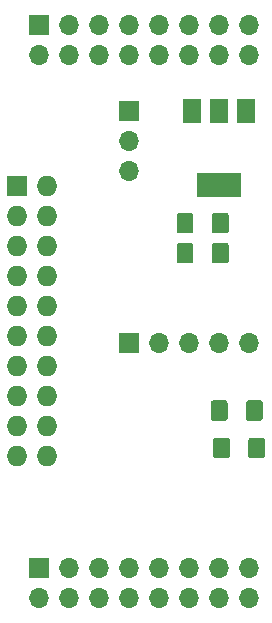
<source format=gbs>
G04 #@! TF.GenerationSoftware,KiCad,Pcbnew,(5.0.0)*
G04 #@! TF.CreationDate,2018-08-08T21:20:56+01:00*
G04 #@! TF.ProjectId,armm0,61726D6D302E6B696361645F70636200,rev?*
G04 #@! TF.SameCoordinates,Original*
G04 #@! TF.FileFunction,Soldermask,Bot*
G04 #@! TF.FilePolarity,Negative*
%FSLAX46Y46*%
G04 Gerber Fmt 4.6, Leading zero omitted, Abs format (unit mm)*
G04 Created by KiCad (PCBNEW (5.0.0)) date 08/08/18 21:20:56*
%MOMM*%
%LPD*%
G01*
G04 APERTURE LIST*
%ADD10R,1.727200X1.727200*%
%ADD11O,1.727200X1.727200*%
%ADD12C,0.100000*%
%ADD13C,1.425000*%
%ADD14R,1.700000X1.700000*%
%ADD15O,1.700000X1.700000*%
%ADD16R,1.500000X2.000000*%
%ADD17R,3.800000X2.000000*%
G04 APERTURE END LIST*
D10*
G04 #@! TO.C,J1*
X78740000Y-46355000D03*
D11*
X81280000Y-46355000D03*
X78740000Y-48895000D03*
X81280000Y-48895000D03*
X78740000Y-51435000D03*
X81280000Y-51435000D03*
X78740000Y-53975000D03*
X81280000Y-53975000D03*
X78740000Y-56515000D03*
X81280000Y-56515000D03*
X78740000Y-59055000D03*
X81280000Y-59055000D03*
X78740000Y-61595000D03*
X81280000Y-61595000D03*
X78740000Y-64135000D03*
X81280000Y-64135000D03*
X78740000Y-66675000D03*
X81280000Y-66675000D03*
X78740000Y-69215000D03*
X81280000Y-69215000D03*
G04 #@! TD*
D12*
G04 #@! TO.C,R1*
G36*
X93484504Y-51196204D02*
X93508773Y-51199804D01*
X93532571Y-51205765D01*
X93555671Y-51214030D01*
X93577849Y-51224520D01*
X93598893Y-51237133D01*
X93618598Y-51251747D01*
X93636777Y-51268223D01*
X93653253Y-51286402D01*
X93667867Y-51306107D01*
X93680480Y-51327151D01*
X93690970Y-51349329D01*
X93699235Y-51372429D01*
X93705196Y-51396227D01*
X93708796Y-51420496D01*
X93710000Y-51445000D01*
X93710000Y-52695000D01*
X93708796Y-52719504D01*
X93705196Y-52743773D01*
X93699235Y-52767571D01*
X93690970Y-52790671D01*
X93680480Y-52812849D01*
X93667867Y-52833893D01*
X93653253Y-52853598D01*
X93636777Y-52871777D01*
X93618598Y-52888253D01*
X93598893Y-52902867D01*
X93577849Y-52915480D01*
X93555671Y-52925970D01*
X93532571Y-52934235D01*
X93508773Y-52940196D01*
X93484504Y-52943796D01*
X93460000Y-52945000D01*
X92535000Y-52945000D01*
X92510496Y-52943796D01*
X92486227Y-52940196D01*
X92462429Y-52934235D01*
X92439329Y-52925970D01*
X92417151Y-52915480D01*
X92396107Y-52902867D01*
X92376402Y-52888253D01*
X92358223Y-52871777D01*
X92341747Y-52853598D01*
X92327133Y-52833893D01*
X92314520Y-52812849D01*
X92304030Y-52790671D01*
X92295765Y-52767571D01*
X92289804Y-52743773D01*
X92286204Y-52719504D01*
X92285000Y-52695000D01*
X92285000Y-51445000D01*
X92286204Y-51420496D01*
X92289804Y-51396227D01*
X92295765Y-51372429D01*
X92304030Y-51349329D01*
X92314520Y-51327151D01*
X92327133Y-51306107D01*
X92341747Y-51286402D01*
X92358223Y-51268223D01*
X92376402Y-51251747D01*
X92396107Y-51237133D01*
X92417151Y-51224520D01*
X92439329Y-51214030D01*
X92462429Y-51205765D01*
X92486227Y-51199804D01*
X92510496Y-51196204D01*
X92535000Y-51195000D01*
X93460000Y-51195000D01*
X93484504Y-51196204D01*
X93484504Y-51196204D01*
G37*
D13*
X92997500Y-52070000D03*
D12*
G36*
X96459504Y-51196204D02*
X96483773Y-51199804D01*
X96507571Y-51205765D01*
X96530671Y-51214030D01*
X96552849Y-51224520D01*
X96573893Y-51237133D01*
X96593598Y-51251747D01*
X96611777Y-51268223D01*
X96628253Y-51286402D01*
X96642867Y-51306107D01*
X96655480Y-51327151D01*
X96665970Y-51349329D01*
X96674235Y-51372429D01*
X96680196Y-51396227D01*
X96683796Y-51420496D01*
X96685000Y-51445000D01*
X96685000Y-52695000D01*
X96683796Y-52719504D01*
X96680196Y-52743773D01*
X96674235Y-52767571D01*
X96665970Y-52790671D01*
X96655480Y-52812849D01*
X96642867Y-52833893D01*
X96628253Y-52853598D01*
X96611777Y-52871777D01*
X96593598Y-52888253D01*
X96573893Y-52902867D01*
X96552849Y-52915480D01*
X96530671Y-52925970D01*
X96507571Y-52934235D01*
X96483773Y-52940196D01*
X96459504Y-52943796D01*
X96435000Y-52945000D01*
X95510000Y-52945000D01*
X95485496Y-52943796D01*
X95461227Y-52940196D01*
X95437429Y-52934235D01*
X95414329Y-52925970D01*
X95392151Y-52915480D01*
X95371107Y-52902867D01*
X95351402Y-52888253D01*
X95333223Y-52871777D01*
X95316747Y-52853598D01*
X95302133Y-52833893D01*
X95289520Y-52812849D01*
X95279030Y-52790671D01*
X95270765Y-52767571D01*
X95264804Y-52743773D01*
X95261204Y-52719504D01*
X95260000Y-52695000D01*
X95260000Y-51445000D01*
X95261204Y-51420496D01*
X95264804Y-51396227D01*
X95270765Y-51372429D01*
X95279030Y-51349329D01*
X95289520Y-51327151D01*
X95302133Y-51306107D01*
X95316747Y-51286402D01*
X95333223Y-51268223D01*
X95351402Y-51251747D01*
X95371107Y-51237133D01*
X95392151Y-51224520D01*
X95414329Y-51214030D01*
X95437429Y-51205765D01*
X95461227Y-51199804D01*
X95485496Y-51196204D01*
X95510000Y-51195000D01*
X96435000Y-51195000D01*
X96459504Y-51196204D01*
X96459504Y-51196204D01*
G37*
D13*
X95972500Y-52070000D03*
G04 #@! TD*
D12*
G04 #@! TO.C,R2*
G36*
X96459504Y-48656204D02*
X96483773Y-48659804D01*
X96507571Y-48665765D01*
X96530671Y-48674030D01*
X96552849Y-48684520D01*
X96573893Y-48697133D01*
X96593598Y-48711747D01*
X96611777Y-48728223D01*
X96628253Y-48746402D01*
X96642867Y-48766107D01*
X96655480Y-48787151D01*
X96665970Y-48809329D01*
X96674235Y-48832429D01*
X96680196Y-48856227D01*
X96683796Y-48880496D01*
X96685000Y-48905000D01*
X96685000Y-50155000D01*
X96683796Y-50179504D01*
X96680196Y-50203773D01*
X96674235Y-50227571D01*
X96665970Y-50250671D01*
X96655480Y-50272849D01*
X96642867Y-50293893D01*
X96628253Y-50313598D01*
X96611777Y-50331777D01*
X96593598Y-50348253D01*
X96573893Y-50362867D01*
X96552849Y-50375480D01*
X96530671Y-50385970D01*
X96507571Y-50394235D01*
X96483773Y-50400196D01*
X96459504Y-50403796D01*
X96435000Y-50405000D01*
X95510000Y-50405000D01*
X95485496Y-50403796D01*
X95461227Y-50400196D01*
X95437429Y-50394235D01*
X95414329Y-50385970D01*
X95392151Y-50375480D01*
X95371107Y-50362867D01*
X95351402Y-50348253D01*
X95333223Y-50331777D01*
X95316747Y-50313598D01*
X95302133Y-50293893D01*
X95289520Y-50272849D01*
X95279030Y-50250671D01*
X95270765Y-50227571D01*
X95264804Y-50203773D01*
X95261204Y-50179504D01*
X95260000Y-50155000D01*
X95260000Y-48905000D01*
X95261204Y-48880496D01*
X95264804Y-48856227D01*
X95270765Y-48832429D01*
X95279030Y-48809329D01*
X95289520Y-48787151D01*
X95302133Y-48766107D01*
X95316747Y-48746402D01*
X95333223Y-48728223D01*
X95351402Y-48711747D01*
X95371107Y-48697133D01*
X95392151Y-48684520D01*
X95414329Y-48674030D01*
X95437429Y-48665765D01*
X95461227Y-48659804D01*
X95485496Y-48656204D01*
X95510000Y-48655000D01*
X96435000Y-48655000D01*
X96459504Y-48656204D01*
X96459504Y-48656204D01*
G37*
D13*
X95972500Y-49530000D03*
D12*
G36*
X93484504Y-48656204D02*
X93508773Y-48659804D01*
X93532571Y-48665765D01*
X93555671Y-48674030D01*
X93577849Y-48684520D01*
X93598893Y-48697133D01*
X93618598Y-48711747D01*
X93636777Y-48728223D01*
X93653253Y-48746402D01*
X93667867Y-48766107D01*
X93680480Y-48787151D01*
X93690970Y-48809329D01*
X93699235Y-48832429D01*
X93705196Y-48856227D01*
X93708796Y-48880496D01*
X93710000Y-48905000D01*
X93710000Y-50155000D01*
X93708796Y-50179504D01*
X93705196Y-50203773D01*
X93699235Y-50227571D01*
X93690970Y-50250671D01*
X93680480Y-50272849D01*
X93667867Y-50293893D01*
X93653253Y-50313598D01*
X93636777Y-50331777D01*
X93618598Y-50348253D01*
X93598893Y-50362867D01*
X93577849Y-50375480D01*
X93555671Y-50385970D01*
X93532571Y-50394235D01*
X93508773Y-50400196D01*
X93484504Y-50403796D01*
X93460000Y-50405000D01*
X92535000Y-50405000D01*
X92510496Y-50403796D01*
X92486227Y-50400196D01*
X92462429Y-50394235D01*
X92439329Y-50385970D01*
X92417151Y-50375480D01*
X92396107Y-50362867D01*
X92376402Y-50348253D01*
X92358223Y-50331777D01*
X92341747Y-50313598D01*
X92327133Y-50293893D01*
X92314520Y-50272849D01*
X92304030Y-50250671D01*
X92295765Y-50227571D01*
X92289804Y-50203773D01*
X92286204Y-50179504D01*
X92285000Y-50155000D01*
X92285000Y-48905000D01*
X92286204Y-48880496D01*
X92289804Y-48856227D01*
X92295765Y-48832429D01*
X92304030Y-48809329D01*
X92314520Y-48787151D01*
X92327133Y-48766107D01*
X92341747Y-48746402D01*
X92358223Y-48728223D01*
X92376402Y-48711747D01*
X92396107Y-48697133D01*
X92417151Y-48684520D01*
X92439329Y-48674030D01*
X92462429Y-48665765D01*
X92486227Y-48659804D01*
X92510496Y-48656204D01*
X92535000Y-48655000D01*
X93460000Y-48655000D01*
X93484504Y-48656204D01*
X93484504Y-48656204D01*
G37*
D13*
X92997500Y-49530000D03*
G04 #@! TD*
D14*
G04 #@! TO.C,J8*
X88265000Y-40005000D03*
D15*
X88265000Y-42545000D03*
X88265000Y-45085000D03*
G04 #@! TD*
D14*
G04 #@! TO.C,J6*
X88265000Y-59690000D03*
D15*
X90805000Y-59690000D03*
X93345000Y-59690000D03*
X95885000Y-59690000D03*
X98425000Y-59690000D03*
G04 #@! TD*
G04 #@! TO.C,J5*
X98425000Y-35306000D03*
X98425000Y-32766000D03*
X95885000Y-35306000D03*
X95885000Y-32766000D03*
X93345000Y-35306000D03*
X93345000Y-32766000D03*
X90805000Y-35306000D03*
X90805000Y-32766000D03*
X88265000Y-35306000D03*
X88265000Y-32766000D03*
X85725000Y-35306000D03*
X85725000Y-32766000D03*
X83185000Y-35306000D03*
X83185000Y-32766000D03*
X80645000Y-35306000D03*
D14*
X80645000Y-32766000D03*
G04 #@! TD*
G04 #@! TO.C,J4*
X80645000Y-78740000D03*
D15*
X80645000Y-81280000D03*
X83185000Y-78740000D03*
X83185000Y-81280000D03*
X85725000Y-78740000D03*
X85725000Y-81280000D03*
X88265000Y-78740000D03*
X88265000Y-81280000D03*
X90805000Y-78740000D03*
X90805000Y-81280000D03*
X93345000Y-78740000D03*
X93345000Y-81280000D03*
X95885000Y-78740000D03*
X95885000Y-81280000D03*
X98425000Y-78740000D03*
X98425000Y-81280000D03*
G04 #@! TD*
D12*
G04 #@! TO.C,C3*
G36*
X99347004Y-64531204D02*
X99371273Y-64534804D01*
X99395071Y-64540765D01*
X99418171Y-64549030D01*
X99440349Y-64559520D01*
X99461393Y-64572133D01*
X99481098Y-64586747D01*
X99499277Y-64603223D01*
X99515753Y-64621402D01*
X99530367Y-64641107D01*
X99542980Y-64662151D01*
X99553470Y-64684329D01*
X99561735Y-64707429D01*
X99567696Y-64731227D01*
X99571296Y-64755496D01*
X99572500Y-64780000D01*
X99572500Y-66030000D01*
X99571296Y-66054504D01*
X99567696Y-66078773D01*
X99561735Y-66102571D01*
X99553470Y-66125671D01*
X99542980Y-66147849D01*
X99530367Y-66168893D01*
X99515753Y-66188598D01*
X99499277Y-66206777D01*
X99481098Y-66223253D01*
X99461393Y-66237867D01*
X99440349Y-66250480D01*
X99418171Y-66260970D01*
X99395071Y-66269235D01*
X99371273Y-66275196D01*
X99347004Y-66278796D01*
X99322500Y-66280000D01*
X98397500Y-66280000D01*
X98372996Y-66278796D01*
X98348727Y-66275196D01*
X98324929Y-66269235D01*
X98301829Y-66260970D01*
X98279651Y-66250480D01*
X98258607Y-66237867D01*
X98238902Y-66223253D01*
X98220723Y-66206777D01*
X98204247Y-66188598D01*
X98189633Y-66168893D01*
X98177020Y-66147849D01*
X98166530Y-66125671D01*
X98158265Y-66102571D01*
X98152304Y-66078773D01*
X98148704Y-66054504D01*
X98147500Y-66030000D01*
X98147500Y-64780000D01*
X98148704Y-64755496D01*
X98152304Y-64731227D01*
X98158265Y-64707429D01*
X98166530Y-64684329D01*
X98177020Y-64662151D01*
X98189633Y-64641107D01*
X98204247Y-64621402D01*
X98220723Y-64603223D01*
X98238902Y-64586747D01*
X98258607Y-64572133D01*
X98279651Y-64559520D01*
X98301829Y-64549030D01*
X98324929Y-64540765D01*
X98348727Y-64534804D01*
X98372996Y-64531204D01*
X98397500Y-64530000D01*
X99322500Y-64530000D01*
X99347004Y-64531204D01*
X99347004Y-64531204D01*
G37*
D13*
X98860000Y-65405000D03*
D12*
G36*
X96372004Y-64531204D02*
X96396273Y-64534804D01*
X96420071Y-64540765D01*
X96443171Y-64549030D01*
X96465349Y-64559520D01*
X96486393Y-64572133D01*
X96506098Y-64586747D01*
X96524277Y-64603223D01*
X96540753Y-64621402D01*
X96555367Y-64641107D01*
X96567980Y-64662151D01*
X96578470Y-64684329D01*
X96586735Y-64707429D01*
X96592696Y-64731227D01*
X96596296Y-64755496D01*
X96597500Y-64780000D01*
X96597500Y-66030000D01*
X96596296Y-66054504D01*
X96592696Y-66078773D01*
X96586735Y-66102571D01*
X96578470Y-66125671D01*
X96567980Y-66147849D01*
X96555367Y-66168893D01*
X96540753Y-66188598D01*
X96524277Y-66206777D01*
X96506098Y-66223253D01*
X96486393Y-66237867D01*
X96465349Y-66250480D01*
X96443171Y-66260970D01*
X96420071Y-66269235D01*
X96396273Y-66275196D01*
X96372004Y-66278796D01*
X96347500Y-66280000D01*
X95422500Y-66280000D01*
X95397996Y-66278796D01*
X95373727Y-66275196D01*
X95349929Y-66269235D01*
X95326829Y-66260970D01*
X95304651Y-66250480D01*
X95283607Y-66237867D01*
X95263902Y-66223253D01*
X95245723Y-66206777D01*
X95229247Y-66188598D01*
X95214633Y-66168893D01*
X95202020Y-66147849D01*
X95191530Y-66125671D01*
X95183265Y-66102571D01*
X95177304Y-66078773D01*
X95173704Y-66054504D01*
X95172500Y-66030000D01*
X95172500Y-64780000D01*
X95173704Y-64755496D01*
X95177304Y-64731227D01*
X95183265Y-64707429D01*
X95191530Y-64684329D01*
X95202020Y-64662151D01*
X95214633Y-64641107D01*
X95229247Y-64621402D01*
X95245723Y-64603223D01*
X95263902Y-64586747D01*
X95283607Y-64572133D01*
X95304651Y-64559520D01*
X95326829Y-64549030D01*
X95349929Y-64540765D01*
X95373727Y-64534804D01*
X95397996Y-64531204D01*
X95422500Y-64530000D01*
X96347500Y-64530000D01*
X96372004Y-64531204D01*
X96372004Y-64531204D01*
G37*
D13*
X95885000Y-65405000D03*
G04 #@! TD*
D12*
G04 #@! TO.C,C2*
G36*
X99547004Y-67706204D02*
X99571273Y-67709804D01*
X99595071Y-67715765D01*
X99618171Y-67724030D01*
X99640349Y-67734520D01*
X99661393Y-67747133D01*
X99681098Y-67761747D01*
X99699277Y-67778223D01*
X99715753Y-67796402D01*
X99730367Y-67816107D01*
X99742980Y-67837151D01*
X99753470Y-67859329D01*
X99761735Y-67882429D01*
X99767696Y-67906227D01*
X99771296Y-67930496D01*
X99772500Y-67955000D01*
X99772500Y-69205000D01*
X99771296Y-69229504D01*
X99767696Y-69253773D01*
X99761735Y-69277571D01*
X99753470Y-69300671D01*
X99742980Y-69322849D01*
X99730367Y-69343893D01*
X99715753Y-69363598D01*
X99699277Y-69381777D01*
X99681098Y-69398253D01*
X99661393Y-69412867D01*
X99640349Y-69425480D01*
X99618171Y-69435970D01*
X99595071Y-69444235D01*
X99571273Y-69450196D01*
X99547004Y-69453796D01*
X99522500Y-69455000D01*
X98597500Y-69455000D01*
X98572996Y-69453796D01*
X98548727Y-69450196D01*
X98524929Y-69444235D01*
X98501829Y-69435970D01*
X98479651Y-69425480D01*
X98458607Y-69412867D01*
X98438902Y-69398253D01*
X98420723Y-69381777D01*
X98404247Y-69363598D01*
X98389633Y-69343893D01*
X98377020Y-69322849D01*
X98366530Y-69300671D01*
X98358265Y-69277571D01*
X98352304Y-69253773D01*
X98348704Y-69229504D01*
X98347500Y-69205000D01*
X98347500Y-67955000D01*
X98348704Y-67930496D01*
X98352304Y-67906227D01*
X98358265Y-67882429D01*
X98366530Y-67859329D01*
X98377020Y-67837151D01*
X98389633Y-67816107D01*
X98404247Y-67796402D01*
X98420723Y-67778223D01*
X98438902Y-67761747D01*
X98458607Y-67747133D01*
X98479651Y-67734520D01*
X98501829Y-67724030D01*
X98524929Y-67715765D01*
X98548727Y-67709804D01*
X98572996Y-67706204D01*
X98597500Y-67705000D01*
X99522500Y-67705000D01*
X99547004Y-67706204D01*
X99547004Y-67706204D01*
G37*
D13*
X99060000Y-68580000D03*
D12*
G36*
X96572004Y-67706204D02*
X96596273Y-67709804D01*
X96620071Y-67715765D01*
X96643171Y-67724030D01*
X96665349Y-67734520D01*
X96686393Y-67747133D01*
X96706098Y-67761747D01*
X96724277Y-67778223D01*
X96740753Y-67796402D01*
X96755367Y-67816107D01*
X96767980Y-67837151D01*
X96778470Y-67859329D01*
X96786735Y-67882429D01*
X96792696Y-67906227D01*
X96796296Y-67930496D01*
X96797500Y-67955000D01*
X96797500Y-69205000D01*
X96796296Y-69229504D01*
X96792696Y-69253773D01*
X96786735Y-69277571D01*
X96778470Y-69300671D01*
X96767980Y-69322849D01*
X96755367Y-69343893D01*
X96740753Y-69363598D01*
X96724277Y-69381777D01*
X96706098Y-69398253D01*
X96686393Y-69412867D01*
X96665349Y-69425480D01*
X96643171Y-69435970D01*
X96620071Y-69444235D01*
X96596273Y-69450196D01*
X96572004Y-69453796D01*
X96547500Y-69455000D01*
X95622500Y-69455000D01*
X95597996Y-69453796D01*
X95573727Y-69450196D01*
X95549929Y-69444235D01*
X95526829Y-69435970D01*
X95504651Y-69425480D01*
X95483607Y-69412867D01*
X95463902Y-69398253D01*
X95445723Y-69381777D01*
X95429247Y-69363598D01*
X95414633Y-69343893D01*
X95402020Y-69322849D01*
X95391530Y-69300671D01*
X95383265Y-69277571D01*
X95377304Y-69253773D01*
X95373704Y-69229504D01*
X95372500Y-69205000D01*
X95372500Y-67955000D01*
X95373704Y-67930496D01*
X95377304Y-67906227D01*
X95383265Y-67882429D01*
X95391530Y-67859329D01*
X95402020Y-67837151D01*
X95414633Y-67816107D01*
X95429247Y-67796402D01*
X95445723Y-67778223D01*
X95463902Y-67761747D01*
X95483607Y-67747133D01*
X95504651Y-67734520D01*
X95526829Y-67724030D01*
X95549929Y-67715765D01*
X95573727Y-67709804D01*
X95597996Y-67706204D01*
X95622500Y-67705000D01*
X96547500Y-67705000D01*
X96572004Y-67706204D01*
X96572004Y-67706204D01*
G37*
D13*
X96085000Y-68580000D03*
G04 #@! TD*
D16*
G04 #@! TO.C,U2*
X93585000Y-40005000D03*
X98185000Y-40005000D03*
X95885000Y-40005000D03*
D17*
X95885000Y-46305000D03*
G04 #@! TD*
M02*

</source>
